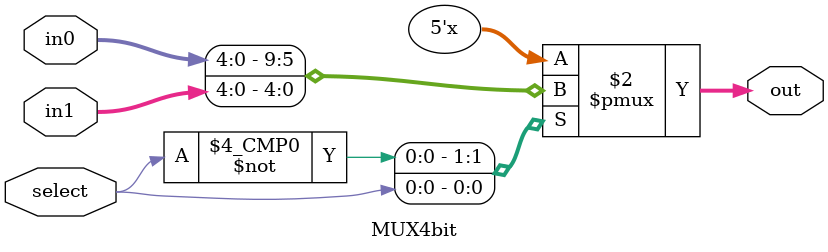
<source format=v>
module MUX4bit(in0, in1, select, out);

input [4:0] in0, in1;
input select;

output reg [4:0] out;

always @(*) 
begin
	case (select)
		1'b0: out = in0; 
		1'b1: out = in1;
	endcase
end
endmodule

</source>
